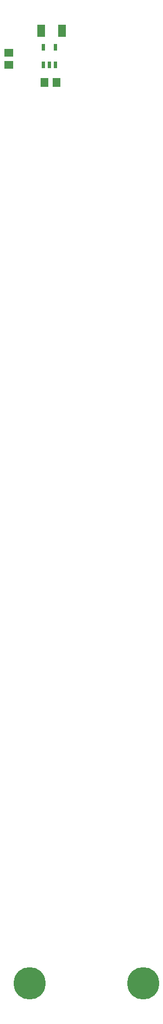
<source format=gbr>
G04 DipTrace 3.0.0.1*
G04 Íèæíÿÿï.ìàñêà.gbr*
%MOMM*%
G04 #@! TF.FileFunction,Paste,Bot*
G04 #@! TF.Part,Single*
%ADD52C,4.98*%
%ADD54R,1.18X1.98*%
%ADD60R,0.58X1.08*%
%ADD86R,1.28X1.48*%
%ADD88R,1.48X1.28*%
%FSLAX35Y35*%
G04*
G71*
G90*
G75*
G01*
G04 BotPaste*
%LPD*%
D88*
X1275000Y18075000D3*
Y18265000D3*
D86*
X1825000Y17800000D3*
X2015000D3*
D60*
X2000000Y18075000D3*
X1905000D3*
X1810000D3*
Y18345000D3*
X2000000D3*
D54*
X2100000Y18600000D3*
X1780000D3*
D52*
X1600000Y3925000D3*
X3350000D3*
M02*

</source>
